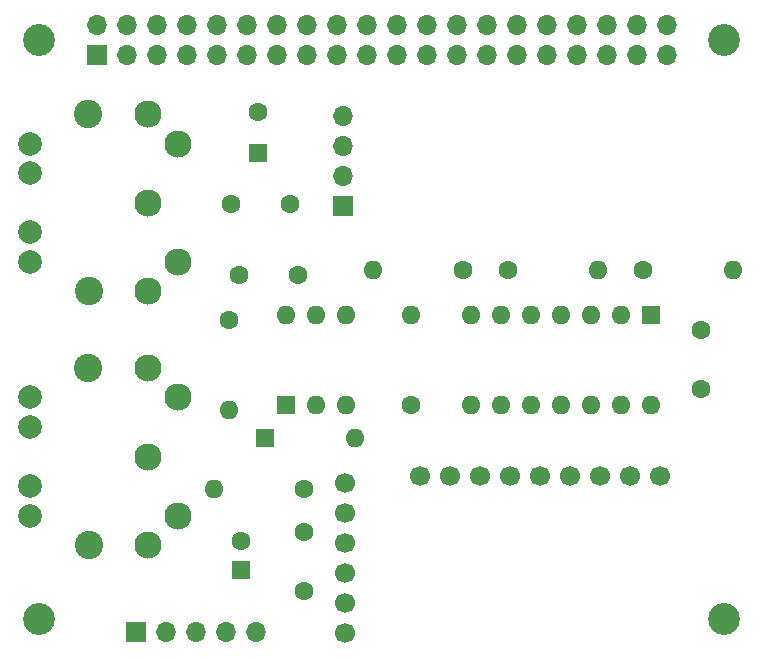
<source format=gts>
G04 #@! TF.GenerationSoftware,KiCad,Pcbnew,5.1.7-a382d34a8~87~ubuntu18.04.1*
G04 #@! TF.CreationDate,2020-11-20T13:51:52+01:00*
G04 #@! TF.ProjectId,clumsyMIDI,636c756d-7379-44d4-9944-492e6b696361,rev?*
G04 #@! TF.SameCoordinates,Original*
G04 #@! TF.FileFunction,Soldermask,Top*
G04 #@! TF.FilePolarity,Negative*
%FSLAX46Y46*%
G04 Gerber Fmt 4.6, Leading zero omitted, Abs format (unit mm)*
G04 Created by KiCad (PCBNEW 5.1.7-a382d34a8~87~ubuntu18.04.1) date 2020-11-20 13:51:52*
%MOMM*%
%LPD*%
G01*
G04 APERTURE LIST*
%ADD10O,1.700000X1.700000*%
%ADD11R,1.700000X1.700000*%
%ADD12C,1.700000*%
%ADD13C,2.400000*%
%ADD14C,2.000000*%
%ADD15C,2.300000*%
%ADD16O,1.600000X1.600000*%
%ADD17C,1.600000*%
%ADD18R,1.600000X1.600000*%
%ADD19C,2.700000*%
G04 APERTURE END LIST*
D10*
X229236000Y-103899000D03*
X229236000Y-106439000D03*
X229236000Y-108979000D03*
D11*
X229236000Y-111519000D03*
D12*
X229383000Y-147714000D03*
X229383000Y-145174000D03*
X229383000Y-142634000D03*
X229383000Y-140094000D03*
X229383000Y-137554000D03*
X229383000Y-135014000D03*
X256053000Y-134379000D03*
X253513000Y-134379000D03*
X250973000Y-134379000D03*
X248433000Y-134379000D03*
X245893000Y-134379000D03*
X243353000Y-134379000D03*
X240813000Y-134379000D03*
X238273000Y-134379000D03*
X235733000Y-134379000D03*
D13*
X207620000Y-125250000D03*
X207700000Y-140250000D03*
D14*
X202700000Y-127750000D03*
X202700000Y-137750000D03*
X202700000Y-130250000D03*
D15*
X215200000Y-137750000D03*
X212700000Y-140250000D03*
X212700000Y-132750000D03*
X212700000Y-125250000D03*
D14*
X202700000Y-135250000D03*
D15*
X215200000Y-127750000D03*
D13*
X207620000Y-103758000D03*
X207700000Y-118758000D03*
D14*
X202700000Y-106258000D03*
X202700000Y-116258000D03*
X202700000Y-108758000D03*
D15*
X215200000Y-116258000D03*
X212700000Y-118758000D03*
X212700000Y-111258000D03*
X212700000Y-103758000D03*
D14*
X202700000Y-113758000D03*
D15*
X215200000Y-106258000D03*
D16*
X234925000Y-120790000D03*
D17*
X234925000Y-128410000D03*
X225908000Y-135522000D03*
D16*
X218288000Y-135522000D03*
X219558000Y-128791000D03*
D17*
X219558000Y-121171000D03*
D16*
X250800000Y-116980000D03*
D17*
X243180000Y-116980000D03*
D16*
X231750000Y-116980000D03*
D17*
X239370000Y-116980000D03*
D16*
X262230000Y-116980000D03*
D17*
X254610000Y-116980000D03*
X224700000Y-111400000D03*
X219700000Y-111400000D03*
D10*
X221844000Y-147587000D03*
X219304000Y-147587000D03*
X216764000Y-147587000D03*
X214224000Y-147587000D03*
D11*
X211684000Y-147587000D03*
D16*
X224384000Y-120790000D03*
X229464000Y-128410000D03*
X226924000Y-120790000D03*
X226924000Y-128410000D03*
X229464000Y-120790000D03*
D18*
X224384000Y-128410000D03*
D16*
X255245000Y-128410000D03*
X240005000Y-120790000D03*
X252705000Y-128410000D03*
X242545000Y-120790000D03*
X250165000Y-128410000D03*
X245085000Y-120790000D03*
X247625000Y-128410000D03*
X247625000Y-120790000D03*
X245085000Y-128410000D03*
X250165000Y-120790000D03*
X242545000Y-128410000D03*
X252705000Y-120790000D03*
X240005000Y-128410000D03*
D18*
X255245000Y-120790000D03*
D16*
X230226000Y-131204000D03*
D18*
X222606000Y-131204000D03*
D17*
X259500000Y-127060000D03*
X259500000Y-122060000D03*
D18*
X220574000Y-142380000D03*
D17*
X220574000Y-139880000D03*
X225908000Y-144158000D03*
X225908000Y-139158000D03*
X220400000Y-117361000D03*
X225400000Y-117361000D03*
X222000000Y-103574000D03*
D18*
X222000000Y-107074000D03*
D11*
X208370000Y-98770000D03*
D10*
X208370000Y-96230000D03*
X210910000Y-98770000D03*
X210910000Y-96230000D03*
X213450000Y-98770000D03*
X213450000Y-96230000D03*
X215990000Y-98770000D03*
X215990000Y-96230000D03*
X218530000Y-98770000D03*
X218530000Y-96230000D03*
X221070000Y-98770000D03*
X221070000Y-96230000D03*
X223610000Y-98770000D03*
X223610000Y-96230000D03*
X226150000Y-98770000D03*
X226150000Y-96230000D03*
X228690000Y-98770000D03*
X228690000Y-96230000D03*
X231230000Y-98770000D03*
X231230000Y-96230000D03*
X233770000Y-98770000D03*
X233770000Y-96230000D03*
X236310000Y-98770000D03*
X236310000Y-96230000D03*
X238850000Y-98770000D03*
X238850000Y-96230000D03*
X241390000Y-98770000D03*
X241390000Y-96230000D03*
X243930000Y-98770000D03*
X243930000Y-96230000D03*
X246470000Y-98770000D03*
X246470000Y-96230000D03*
X249010000Y-98770000D03*
X249010000Y-96230000D03*
X251550000Y-98770000D03*
X251550000Y-96230000D03*
X254090000Y-98770000D03*
X254090000Y-96230000D03*
X256630000Y-98770000D03*
X256630000Y-96230000D03*
D19*
X261500000Y-146500000D03*
X203500000Y-146500000D03*
X261500000Y-97500000D03*
X203500000Y-97500000D03*
M02*

</source>
